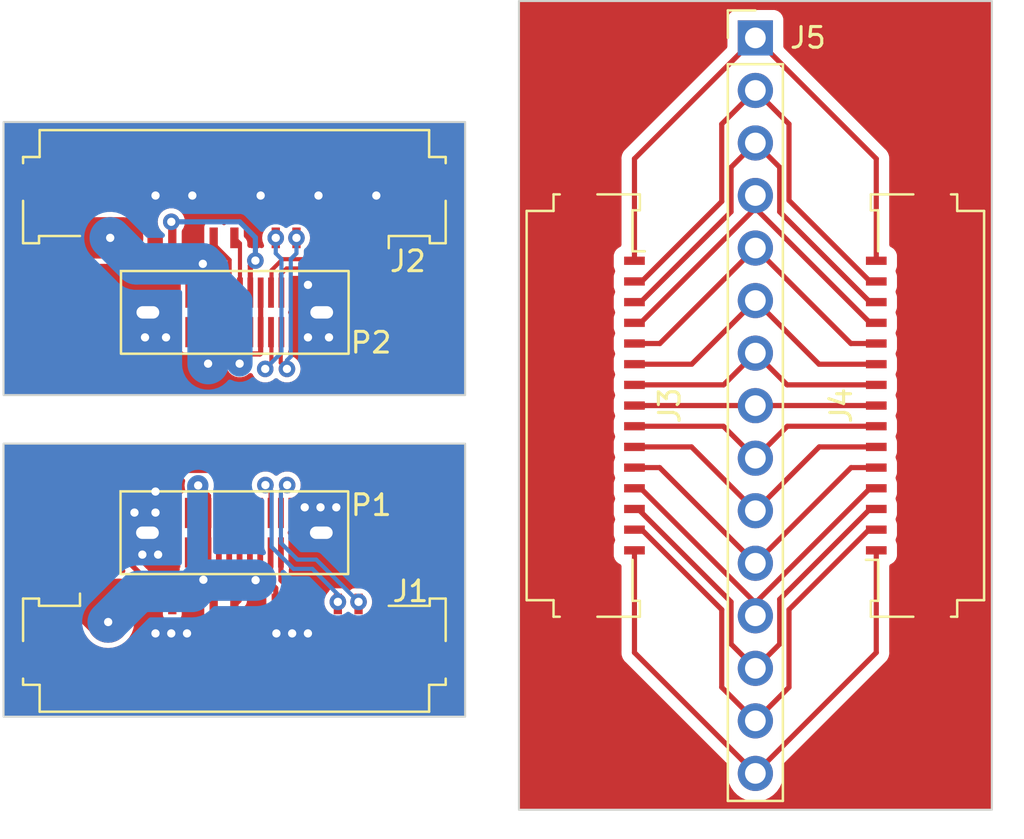
<source format=kicad_pcb>
(kicad_pcb (version 20221018) (generator pcbnew)
  (layers (0 "F.Cu" signal) (31 "B.Cu" signal) (34 "B.Paste" user) (35 "F.Paste" user) (36 "B.SilkS" user "B.Silkscreen") (37 "F.SilkS" user "F.Silkscreen") (38 "B.Mask" user) (39 "F.Mask" user) (44 "Edge.Cuts" user))
  (net 0 "")
  (net 1 "Net-(J1-Pin_1)")
  (net 2 "Net-(J1-Pin_5)")
  (net 3 "Net-(J2-Pin_11)")
  (net 4 "Net-(J2-Pin_13)")
  (net 5 "Net-(J3-Pin_1)")
  (net 6 "Net-(J3-Pin_2)")
  (net 7 "Net-(J3-Pin_3)")
  (net 8 "Net-(J3-Pin_4)")
  (net 9 "Net-(J3-Pin_5)")
  (net 10 "Net-(J3-Pin_6)")
  (net 11 "Net-(J3-Pin_7)")
  (net 12 "Net-(J3-Pin_8)")
  (net 13 "Net-(J3-Pin_9)")
  (net 14 "Net-(J3-Pin_10)")
  (net 15 "Net-(J3-Pin_11)")
  (net 16 "Net-(J3-Pin_12)")
  (net 17 "Net-(J3-Pin_13)")
  (net 18 "Net-(J3-Pin_14)")
  (net 19 "Net-(J3-Pin_15)")
  (net 34 "1-")
  (net 35 "1+")
  (net 36 "1_RX-")
  (net 37 "1_RX+")
  (net 38 "1_TX-")
  (net 39 "1_TX+")
  (net 40 "2_TX+")
  (net 41 "2_TX-")
  (net 42 "2_RX+")
  (net 43 "2_RX-")
  (net 44 "2+")
  (net 45 "2-")
  (net 46 "GND1")
  (net 47 "GND2")
  (net 48 "Net-(J3-PadMP)")
  (footprint "Connector_FFC-FPC:Molex_200528-0150_1x15-1MP_P1.00mm_Horizontal" (layer "F.Cu") (at 78.126 114.808 90)
    (fp_text reference "J4" (at 0 -2.61 90) (layer "F.SilkS"))
    (fp_text value "Conn_01x15_Socket")
    (fp_line (start -10.21 -1.17) (end -10.21 0.88) (stroke (width 0.12)) (layer "F.SilkS"))
    (fp_line (start -10.21 2.7) (end -10.21 3) (stroke (width 0.12)) (layer "F.SilkS"))
    (fp_line (start -10.21 3) (end -9.41 3) (stroke (width 0.12)) (layer "F.SilkS"))
    (fp_line (start -9.44 -1.17) (end -10.21 -1.17) (stroke (width 0.12)) (layer "F.SilkS"))
    (fp_line (start -9.44 -0.82) (end -9.44 -1.17) (stroke (width 0.12)) (layer "F.SilkS"))
    (fp_line (start -9.41 3) (end -9.41 4.3) (stroke (width 0.12)) (layer "F.SilkS"))
    (fp_line (start -9.41 4.3) (end 9.41 4.3) (stroke (width 0.12)) (layer "F.SilkS"))
    (fp_line (start -7.46 -1.41) (end -7.46 -0.82) (stroke (width 0.12)) (layer "F.SilkS"))
    (fp_line (start -7.46 -0.82) (end -9.44 -0.82) (stroke (width 0.12)) (layer "F.SilkS"))
    (fp_line (start 9.41 3) (end 10.21 3) (stroke (width 0.12)) (layer "F.SilkS"))
    (fp_line (start 9.41 4.3) (end 9.41 3) (stroke (width 0.12)) (layer "F.SilkS"))
    (fp_line (start 9.44 -1.17) (end 9.44 -0.82) (stroke (width 0.12)) (layer "F.SilkS"))
    (fp_line (start 9.44 -0.82) (end 7.46 -0.82) (stroke (width 0.12)) (layer "F.SilkS"))
    (fp_line (start 10.21 -1.17) (end 9.44 -1.17) (stroke (width 0.12)) (layer "F.SilkS"))
    (fp_line (start 10.21 0.88) (end 10.21 -1.17) (stroke (width 0.12)) (layer "F.SilkS"))
    (fp_line (start 10.21 3) (end 10.21 2.7) (stroke (width 0.12)) (layer "F.SilkS"))
    (pad "1" smd rect (at -7 -0.91 90) (size 0.4 1) (layers "F.Cu" "F.Paste" "F.Mask") (net 19 "Net-(J3-Pin_15)"))
    (pad "2" smd rect (at -6 -0.91 90) (size 0.4 1) (layers "F.Cu" "F.Paste" "F.Mask") (net 18 "Net-(J3-Pin_14)"))
    (pad "3" smd rect (at -5 -0.91 90) (size 0.4 1) (layers "F.Cu" "F.Paste" "F.Mask") (net 17 "Net-(J3-Pin_13)"))
    (pad "4" smd rect (at -4 -0.91 90) (size 0.4 1) (layers "F.Cu" "F.Paste" "F.Mask") (net 16 "Net-(J3-Pin_12)"))
    (pad "5" smd rect (at -3 -0.91 90) (size 0.4 1) (layers "F.Cu" "F.Paste" "F.Mask") (net 15 "Net-(J3-Pin_11)"))
    (pad "6" smd rect (at -2 -0.91 90) (size 0.4 1) (layers "F.Cu" "F.Paste" "F.Mask") (net 14 "Net-(J3-Pin_10)"))
    (pad "7" smd rect (at -1 -0.91 90) (size 0.4 1) (layers "F.Cu" "F.Paste" "F.Mask") (net 13 "Net-(J3-Pin_9)"))
    (pad "8" smd rect (at 0 -0.91 90) (size 0.4 1) (layers "F.Cu" "F.Paste" "F.Mask") (net 12 "Net-(J3-Pin_8)"))
    (pad "9" smd rect (at 1 -0.91 90) (size 0.4 1) (layers "F.Cu" "F.Paste" "F.Mask") (net 11 "Net-(J3-Pin_7)"))
    (pad "10" smd rect (at 2 -0.91 90) (size 0.4 1) (layers "F.Cu" "F.Paste" "F.Mask") (net 10 "Net-(J3-Pin_6)"))
    (pad "11" smd rect (at 3 -0.91 90) (size 0.4 1) (layers "F.Cu" "F.Paste" "F.Mask") (net 9 "Net-(J3-Pin_5)"))
    (pad "12" smd rect (at 4 -0.91 90) (size 0.4 1) (layers "F.Cu" "F.Paste" "F.Mask") (net 8 "Net-(J3-Pin_4)"))
    (pad "13" smd rect (at 5 -0.91 90) (size 0.4 1) (layers "F.Cu" "F.Paste" "F.Mask") (net 7 "Net-(J3-Pin_3)"))
    (pad "14" smd rect (at 6 -0.91 90) (size 0.4 1) (layers "F.Cu" "F.Paste" "F.Mask") (net 6 "Net-(J3-Pin_2)"))
    (pad "15" smd rect (at 7 -0.91 90) (size 0.4 1) (layers "F.Cu" "F.Paste" "F.Mask") (net 5 "Net-(J3-Pin_1)"))
    (pad "MP" smd rect (at -9.8 1.79 90) (size 2 1.3) (layers "F.Cu" "F.Paste" "F.Mask") (net 48 "Net-(J3-PadMP)"))
    (pad "MP" smd rect (at 9.8 1.79 90) (size 2 1.3) (layers "F.Cu" "F.Paste" "F.Mask") (net 48 "Net-(J3-PadMP)"))
  )
  (footprint "Connector_PinHeader_2.54mm:PinHeader_1x15_P2.54mm_Vertical" (layer "F.Cu") (at 71.374 97.033)
    (fp_text reference "J5" (at 2.54 -0.005) (layer "F.SilkS"))
    (fp_text value "Conn_01x15_Socket")
    (fp_line (start -1.33 -1.33) (end 0 -1.33) (stroke (width 0.12)) (layer "F.SilkS"))
    (fp_line (start -1.33 0) (end -1.33 -1.33) (stroke (width 0.12)) (layer "F.SilkS"))
    (fp_line (start -1.33 1.27) (end -1.33 36.89) (stroke (width 0.12)) (layer "F.SilkS"))
    (fp_line (start -1.33 1.27) (end 1.33 1.27) (stroke (width 0.12)) (layer "F.SilkS"))
    (fp_line (start -1.33 36.89) (end 1.33 36.89) (stroke (width 0.12)) (layer "F.SilkS"))
    (fp_line (start 1.33 1.27) (end 1.33 36.89) (stroke (width 0.12)) (layer "F.SilkS"))
    (pad "1" thru_hole rect (at 0 0) (size 1.7 1.7) (drill 1) (layers "*.Cu" "*.Mask") (net 5 "Net-(J3-Pin_1)"))
    (pad "2" thru_hole oval (at 0 2.54) (size 1.7 1.7) (drill 1) (layers "*.Cu" "*.Mask") (net 6 "Net-(J3-Pin_2)"))
    (pad "3" thru_hole oval (at 0 5.08) (size 1.7 1.7) (drill 1) (layers "*.Cu" "*.Mask") (net 7 "Net-(J3-Pin_3)"))
    (pad "4" thru_hole oval (at 0 7.62) (size 1.7 1.7) (drill 1) (layers "*.Cu" "*.Mask") (net 8 "Net-(J3-Pin_4)"))
    (pad "5" thru_hole oval (at 0 10.16) (size 1.7 1.7) (drill 1) (layers "*.Cu" "*.Mask") (net 9 "Net-(J3-Pin_5)"))
    (pad "6" thru_hole oval (at 0 12.7) (size 1.7 1.7) (drill 1) (layers "*.Cu" "*.Mask") (net 10 "Net-(J3-Pin_6)"))
    (pad "7" thru_hole oval (at 0 15.24) (size 1.7 1.7) (drill 1) (layers "*.Cu" "*.Mask") (net 11 "Net-(J3-Pin_7)"))
    (pad "8" thru_hole oval (at 0 17.78) (size 1.7 1.7) (drill 1) (layers "*.Cu" "*.Mask") (net 12 "Net-(J3-Pin_8)"))
    (pad "9" thru_hole oval (at 0 20.32) (size 1.7 1.7) (drill 1) (layers "*.Cu" "*.Mask") (net 13 "Net-(J3-Pin_9)"))
    (pad "10" thru_hole oval (at 0 22.86) (size 1.7 1.7) (drill 1) (layers "*.Cu" "*.Mask") (net 14 "Net-(J3-Pin_10)"))
    (pad "11" thru_hole oval (at 0 25.4) (size 1.7 1.7) (drill 1) (layers "*.Cu" "*.Mask") (net 15 "Net-(J3-Pin_11)"))
    (pad "12" thru_hole oval (at 0 27.94) (size 1.7 1.7) (drill 1) (layers "*.Cu" "*.Mask") (net 16 "Net-(J3-Pin_12)"))
    (pad "13" thru_hole oval (at 0 30.48) (size 1.7 1.7) (drill 1) (layers "*.Cu" "*.Mask") (net 17 "Net-(J3-Pin_13)"))
    (pad "14" thru_hole oval (at 0 33.02) (size 1.7 1.7) (drill 1) (layers "*.Cu" "*.Mask") (net 18 "Net-(J3-Pin_14)"))
    (pad "15" thru_hole oval (at 0 35.56) (size 1.7 1.7) (drill 1) (layers "*.Cu" "*.Mask") (net 19 "Net-(J3-Pin_15)"))
  )
  (footprint "Connector_FFC-FPC:Molex_200528-0150_1x15-1MP_P1.00mm_Horizontal" (layer "F.Cu") (at 46.2 125.31)
    (fp_text reference "J1" (at 8.507 -1.525) (layer "F.SilkS"))
    (fp_text value "Conn_01x15_Socket")
    (fp_line (start -10.21 -1.17) (end -10.21 0.88) (stroke (width 0.12)) (layer "F.SilkS"))
    (fp_line (start -10.21 2.7) (end -10.21 3) (stroke (width 0.12)) (layer "F.SilkS"))
    (fp_line (start -10.21 3) (end -9.41 3) (stroke (width 0.12)) (layer "F.SilkS"))
    (fp_line (start -9.44 -1.17) (end -10.21 -1.17) (stroke (width 0.12)) (layer "F.SilkS"))
    (fp_line (start -9.44 -0.82) (end -9.44 -1.17) (stroke (width 0.12)) (layer "F.SilkS"))
    (fp_line (start -9.41 3) (end -9.41 4.3) (stroke (width 0.12)) (layer "F.SilkS"))
    (fp_line (start -9.41 4.3) (end 9.41 4.3) (stroke (width 0.12)) (layer "F.SilkS"))
    (fp_line (start -7.46 -1.41) (end -7.46 -0.82) (stroke (width 0.12)) (layer "F.SilkS"))
    (fp_line (start -7.46 -0.82) (end -9.44 -0.82) (stroke (width 0.12)) (layer "F.SilkS"))
    (fp_line (start 9.41 3) (end 10.21 3) (stroke (width 0.12)) (layer "F.SilkS"))
    (fp_line (start 9.41 4.3) (end 9.41 3) (stroke (width 0.12)) (layer "F.SilkS"))
    (fp_line (start 9.44 -1.17) (end 9.44 -0.82) (stroke (width 0.12)) (layer "F.SilkS"))
    (fp_line (start 9.44 -0.82) (end 7.46 -0.82) (stroke (width 0.12)) (layer "F.SilkS"))
    (fp_line (start 10.21 -1.17) (end 9.44 -1.17) (stroke (width 0.12)) (layer "F.SilkS"))
    (fp_line (start 10.21 0.88) (end 10.21 -1.17) (stroke (width 0.12)) (layer "F.SilkS"))
    (fp_line (start 10.21 3) (end 10.21 2.7) (stroke (width 0.12)) (layer "F.SilkS"))
    (pad "1" smd rect (at -7 -0.91) (size 0.4 1) (layers "F.Cu" "F.Paste" "F.Mask") (net 1 "Net-(J1-Pin_1)"))
    (pad "2" smd rect (at -6 -0.91) (size 0.4 1) (layers "F.Cu" "F.Paste" "F.Mask") (net 1 "Net-(J1-Pin_1)"))
    (pad "3" smd rect (at -5 -0.91) (size 0.4 1) (layers "F.Cu" "F.Paste" "F.Mask") (net 1 "Net-(J1-Pin_1)"))
    (pad "4" smd rect (at -4 -0.91) (size 0.4 1) (layers "F.Cu" "F.Paste" "F.Mask") (net 46 "GND1"))
    (pad "5" smd rect (at -3 -0.91) (size 0.4 1) (layers "F.Cu" "F.Paste" "F.Mask") (net 2 "Net-(J1-Pin_5)"))
    (pad "6" smd rect (at -2 -0.91) (size 0.4 1) (layers "F.Cu" "F.Paste" "F.Mask") (net 46 "GND1"))
    (pad "7" smd rect (at -1 -0.91) (size 0.4 1) (layers "F.Cu" "F.Paste" "F.Mask") (net 34 "1-"))
    (pad "8" smd rect (at 0 -0.91) (size 0.4 1) (layers "F.Cu" "F.Paste" "F.Mask") (net 35 "1+"))
    (pad "9" smd rect (at 1 -0.91) (size 0.4 1) (layers "F.Cu" "F.Paste" "F.Mask") (net 46 "GND1"))
    (pad "10" smd rect (at 2 -0.91) (size 0.4 1) (layers "F.Cu" "F.Paste" "F.Mask") (net 36 "1_RX-"))
    (pad "11" smd rect (at 3 -0.91) (size 0.4 1) (layers "F.Cu" "F.Paste" "F.Mask") (net 37 "1_RX+"))
    (pad "12" smd rect (at 4 -0.91) (size 0.4 1) (layers "F.Cu" "F.Paste" "F.Mask") (net 46 "GND1"))
    (pad "13" smd rect (at 5 -0.91) (size 0.4 1) (layers "F.Cu" "F.Paste" "F.Mask") (net 38 "1_TX-"))
    (pad "14" smd rect (at 6 -0.91) (size 0.4 1) (layers "F.Cu" "F.Paste" "F.Mask") (net 39 "1_TX+"))
    (pad "15" smd rect (at 7 -0.91) (size 0.4 1) (layers "F.Cu" "F.Paste" "F.Mask") (net 46 "GND1"))
    (pad "MP" smd rect (at -9.8 1.79) (size 2 1.3) (layers "F.Cu" "F.Paste" "F.Mask") (net 46 "GND1"))
    (pad "MP" smd rect (at 9.8 1.79) (size 2 1.3) (layers "F.Cu" "F.Paste" "F.Mask") (net 46 "GND1"))
  )
  (footprint "H3_Connectors:TC-003LS" (layer "F.Cu") (at 46.22 110.303)
    (fp_text reference "P2" (at 6.584 1.463 unlocked) (layer "F.SilkS"))
    (fp_text value "TC-003LS")
    (fp_rect (start -5.5 -2) (end 5.5 2) (stroke (width 0.12)) (fill none) (layer "F.SilkS"))
    (pad "A1" smd rect (at 2.75 -0.955) (size 0.28 1.46) (layers "F.Cu" "F.Paste" "F.Mask") (net 47 "GND2"))
    (pad "A2" smd rect (at 2.25 -0.955) (size 0.28 1.46) (layers "F.Cu" "F.Paste" "F.Mask") (net 40 "2_TX+"))
    (pad "A3" smd rect (at 1.75 -0.955) (size 0.28 1.46) (layers "F.Cu" "F.Paste" "F.Mask") (net 41 "2_TX-"))
    (pad "A4" smd rect (at 1.25 -0.955) (size 0.28 1.46) (layers "F.Cu" "F.Paste" "F.Mask") (net 4 "Net-(J2-Pin_13)"))
    (pad "A5" smd rect (at 0.75 -0.955) (size 0.28 1.46) (layers "F.Cu" "F.Paste" "F.Mask") (net 3 "Net-(J2-Pin_11)"))
    (pad "A6" smd rect (at 0.25 -0.955) (size 0.28 1.46) (layers "F.Cu" "F.Paste" "F.Mask") (net 44 "2+"))
    (pad "A7" smd rect (at -0.25 -0.955) (size 0.28 1.46) (layers "F.Cu" "F.Paste" "F.Mask") (net 45 "2-"))
    (pad "A8" smd rect (at -0.75 -0.955) (size 0.28 1.46) (layers "F.Cu" "F.Paste" "F.Mask"))
    (pad "A9" smd rect (at -1.25 -0.955) (size 0.28 1.46) (layers "F.Cu" "F.Paste" "F.Mask") (net 4 "Net-(J2-Pin_13)"))
    (pad "A10" smd rect (at -1.75 -0.955) (size 0.28 1.46) (layers "F.Cu" "F.Paste" "F.Mask"))
    (pad "A11" smd rect (at -2.25 -0.955) (size 0.28 1.46) (layers "F.Cu" "F.Paste" "F.Mask"))
    (pad "A12" smd rect (at -2.75 -0.955) (size 0.28 1.46) (layers "F.Cu" "F.Paste" "F.Mask") (net 47 "GND2"))
    (pad "B1" smd rect (at -2.75 0.955 180) (size 0.28 1.46) (layers "F.Cu" "F.Paste" "F.Mask") (net 47 "GND2"))
    (pad "B2" smd rect (at -2.25 0.955 180) (size 0.28 1.46) (layers "F.Cu" "F.Paste" "F.Mask"))
    (pad "B3" smd rect (at -1.75 0.955 180) (size 0.28 1.46) (layers "F.Cu" "F.Paste" "F.Mask"))
    (pad "B4" smd rect (at -1.25 0.955 180) (size 0.28 1.46) (layers "F.Cu" "F.Paste" "F.Mask") (net 4 "Net-(J2-Pin_13)"))
    (pad "B5" smd rect (at -0.75 0.955 180) (size 0.28 1.46) (layers "F.Cu" "F.Paste" "F.Mask"))
    (pad "B6" smd rect (at -0.25 0.955 180) (size 0.28 1.46) (layers "F.Cu" "F.Paste" "F.Mask"))
    (pad "B7" smd rect (at 0.25 0.955 180) (size 0.28 1.46) (layers "F.Cu" "F.Paste" "F.Mask"))
    (pad "B8" smd rect (at 0.75 0.955 180) (size 0.28 1.46) (layers "F.Cu" "F.Paste" "F.Mask"))
    (pad "B9" smd rect (at 1.25 0.955 180) (size 0.28 1.46) (layers "F.Cu" "F.Paste" "F.Mask") (net 4 "Net-(J2-Pin_13)"))
    (pad "B10" smd rect (at 1.75 0.955 180) (size 0.28 1.46) (layers "F.Cu" "F.Paste" "F.Mask") (net 43 "2_RX-"))
    (pad "B11" smd rect (at 2.25 0.955 180) (size 0.28 1.46) (layers "F.Cu" "F.Paste" "F.Mask") (net 42 "2_RX+"))
    (pad "B12" smd rect (at 2.75 0.955 180) (size 0.28 1.46) (layers "F.Cu" "F.Paste" "F.Mask") (net 47 "GND2"))
    (pad "S1" thru_hole oval (at -4.2 0) (size 1.5 1) (drill oval 1.1 0.6) (layers "*.Cu" "*.Mask") (net 47 "GND2"))
    (pad "S1" thru_hole oval (at 4.2 0) (size 1.5 1) (drill oval 1.1 0.6) (layers "*.Cu" "*.Mask") (net 47 "GND2"))
  )
  (footprint "H3_Connectors:TC-003LS" (layer "F.Cu") (at 46.2 120.956)
    (fp_text reference "P1" (at 6.613 -1.335 unlocked) (layer "F.SilkS"))
    (fp_text value "TC-003LS")
    (fp_rect (start -5.5 -2) (end 5.5 2) (stroke (width 0.12)) (fill none) (layer "F.SilkS"))
    (pad "A1" smd rect (at 2.75 -0.955) (size 0.28 1.46) (layers "F.Cu" "F.Paste" "F.Mask") (net 46 "GND1"))
    (pad "A2" smd rect (at 2.25 -0.955) (size 0.28 1.46) (layers "F.Cu" "F.Paste" "F.Mask") (net 39 "1_TX+"))
    (pad "A3" smd rect (at 1.75 -0.955) (size 0.28 1.46) (layers "F.Cu" "F.Paste" "F.Mask") (net 38 "1_TX-"))
    (pad "A4" smd rect (at 1.25 -0.955) (size 0.28 1.46) (layers "F.Cu" "F.Paste" "F.Mask") (net 1 "Net-(J1-Pin_1)"))
    (pad "A5" smd rect (at 0.75 -0.955) (size 0.28 1.46) (layers "F.Cu" "F.Paste" "F.Mask") (net 2 "Net-(J1-Pin_5)"))
    (pad "A6" smd rect (at 0.25 -0.955) (size 0.28 1.46) (layers "F.Cu" "F.Paste" "F.Mask"))
    (pad "A7" smd rect (at -0.25 -0.955) (size 0.28 1.46) (layers "F.Cu" "F.Paste" "F.Mask"))
    (pad "A8" smd rect (at -0.75 -0.955) (size 0.28 1.46) (layers "F.Cu" "F.Paste" "F.Mask"))
    (pad "A9" smd rect (at -1.25 -0.955) (size 0.28 1.46) (layers "F.Cu" "F.Paste" "F.Mask") (net 1 "Net-(J1-Pin_1)"))
    (pad "A10" smd rect (at -1.75 -0.955) (size 0.28 1.46) (layers "F.Cu" "F.Paste" "F.Mask"))
    (pad "A11" smd rect (at -2.25 -0.955) (size 0.28 1.46) (layers "F.Cu" "F.Paste" "F.Mask"))
    (pad "A12" smd rect (at -2.75 -0.955) (size 0.28 1.46) (layers "F.Cu" "F.Paste" "F.Mask") (net 46 "GND1"))
    (pad "B1" smd rect (at -2.75 0.955 180) (size 0.28 1.46) (layers "F.Cu" "F.Paste" "F.Mask") (net 46 "GND1"))
    (pad "B2" smd rect (at -2.25 0.955 180) (size 0.28 1.46) (layers "F.Cu" "F.Paste" "F.Mask"))
    (pad "B3" smd rect (at -1.75 0.955 180) (size 0.28 1.46) (layers "F.Cu" "F.Paste" "F.Mask"))
    (pad "B4" smd rect (at -1.25 0.955 180) (size 0.28 1.46) (layers "F.Cu" "F.Paste" "F.Mask") (net 1 "Net-(J1-Pin_1)"))
    (pad "B5" smd rect (at -0.75 0.955 180) (size 0.28 1.46) (layers "F.Cu" "F.Paste" "F.Mask"))
    (pad "B6" smd rect (at -0.25 0.955 180) (size 0.28 1.46) (layers "F.Cu" "F.Paste" "F.Mask") (net 34 "1-"))
    (pad "B7" smd rect (at 0.25 0.955 180) (size 0.28 1.46) (layers "F.Cu" "F.Paste" "F.Mask") (net 35 "1+"))
    (pad "B8" smd rect (at 0.75 0.955 180) (size 0.28 1.46) (layers "F.Cu" "F.Paste" "F.Mask"))
    (pad "B9" smd rect (at 1.25 0.955 180) (size 0.28 1.46) (layers "F.Cu" "F.Paste" "F.Mask") (net 1 "Net-(J1-Pin_1)"))
    (pad "B10" smd rect (at 1.75 0.955 180) (size 0.28 1.46) (layers "F.Cu" "F.Paste" "F.Mask") (net 36 "1_RX-"))
    (pad "B11" smd rect (at 2.25 0.955 180) (size 0.28 1.46) (layers "F.Cu" "F.Paste" "F.Mask") (net 37 "1_RX+"))
    (pad "B12" smd rect (at 2.75 0.955 180) (size 0.28 1.46) (layers "F.Cu" "F.Paste" "F.Mask") (net 46 "GND1"))
    (pad "S1" thru_hole oval (at -4.2 0) (size 1.5 1) (drill oval 1.1 0.6) (layers "*.Cu" "*.Mask") (net 46 "GND1"))
    (pad "S1" thru_hole oval (at 4.2 0) (size 1.5 1) (drill oval 1.1 0.6) (layers "*.Cu" "*.Mask") (net 46 "GND1"))
  )
  (footprint "Connector_FFC-FPC:Molex_200528-0150_1x15-1MP_P1.00mm_Horizontal" (layer "F.Cu") (at 46.2 105.79 180)
    (fp_text reference "J2" (at -8.382 -2.039) (layer "F.SilkS"))
    (fp_text value "Conn_01x15_Socket")
    (fp_line (start -10.21 -1.17) (end -10.21 0.88) (stroke (width 0.12)) (layer "F.SilkS"))
    (fp_line (start -10.21 2.7) (end -10.21 3) (stroke (width 0.12)) (layer "F.SilkS"))
    (fp_line (start -10.21 3) (end -9.41 3) (stroke (width 0.12)) (layer "F.SilkS"))
    (fp_line (start -9.44 -1.17) (end -10.21 -1.17) (stroke (width 0.12)) (layer "F.SilkS"))
    (fp_line (start -9.44 -0.82) (end -9.44 -1.17) (stroke (width 0.12)) (layer "F.SilkS"))
    (fp_line (start -9.41 3) (end -9.41 4.3) (stroke (width 0.12)) (layer "F.SilkS"))
    (fp_line (start -9.41 4.3) (end 9.41 4.3) (stroke (width 0.12)) (layer "F.SilkS"))
    (fp_line (start -7.46 -1.41) (end -7.46 -0.82) (stroke (width 0.12)) (layer "F.SilkS"))
    (fp_line (start -7.46 -0.82) (end -9.44 -0.82) (stroke (width 0.12)) (layer "F.SilkS"))
    (fp_line (start 9.41 3) (end 10.21 3) (stroke (width 0.12)) (layer "F.SilkS"))
    (fp_line (start 9.41 4.3) (end 9.41 3) (stroke (width 0.12)) (layer "F.SilkS"))
    (fp_line (start 9.44 -1.17) (end 9.44 -0.82) (stroke (width 0.12)) (layer "F.SilkS"))
    (fp_line (start 9.44 -0.82) (end 7.46 -0.82) (stroke (width 0.12)) (layer "F.SilkS"))
    (fp_line (start 10.21 -1.17) (end 9.44 -1.17) (stroke (width 0.12)) (layer "F.SilkS"))
    (fp_line (start 10.21 0.88) (end 10.21 -1.17) (stroke (width 0.12)) (layer "F.SilkS"))
    (fp_line (start 10.21 3) (end 10.21 2.7) (stroke (width 0.12)) (layer "F.SilkS"))
    (pad "1" smd rect (at -7 -0.91 180) (size 0.4 1) (layers "F.Cu" "F.Paste" "F.Mask") (net 47 "GND2"))
    (pad "2" smd rect (at -6 -0.91 180) (size 0.4 1) (layers "F.Cu" "F.Paste" "F.Mask") (net 40 "2_TX+"))
    (pad "3" smd rect (at -5 -0.91 180) (size 0.4 1) (layers "F.Cu" "F.Paste" "F.Mask") (net 41 "2_TX-"))
    (pad "4" smd rect (at -4 -0.91 180) (size 0.4 1) (layers "F.Cu" "F.Paste" "F.Mask") (net 47 "GND2"))
    (pad "5" smd rect (at -3 -0.91 180) (size 0.4 1) (layers "F.Cu" "F.Paste" "F.Mask") (net 42 "2_RX+"))
    (pad "6" smd rect (at -2 -0.91 180) (size 0.4 1) (layers "F.Cu" "F.Paste" "F.Mask") (net 43 "2_RX-"))
    (pad "7" smd rect (at -1 -0.91 180) (size 0.4 1) (layers "F.Cu" "F.Paste" "F.Mask") (net 47 "GND2"))
    (pad "8" smd rect (at 0 -0.91 180) (size 0.4 1) (layers "F.Cu" "F.Paste" "F.Mask") (net 44 "2+"))
    (pad "9" smd rect (at 1 -0.91 180) (size 0.4 1) (layers "F.Cu" "F.Paste" "F.Mask") (net 45 "2-"))
    (pad "10" smd rect (at 2 -0.91 180) (size 0.4 1) (layers "F.Cu" "F.Paste" "F.Mask") (net 47 "GND2"))
    (pad "11" smd rect (at 3 -0.91 180) (size 0.4 1) (layers "F.Cu" "F.Paste" "F.Mask") (net 3 "Net-(J2-Pin_11)"))
    (pad "12" smd rect (at 4 -0.91 180) (size 0.4 1) (layers "F.Cu" "F.Paste" "F.Mask") (net 47 "GND2"))
    (pad "13" smd rect (at 5 -0.91 180) (size 0.4 1) (layers "F.Cu" "F.Paste" "F.Mask") (net 4 "Net-(J2-Pin_13)"))
    (pad "14" smd rect (at 6 -0.91 180) (size 0.4 1) (layers "F.Cu" "F.Paste" "F.Mask") (net 4 "Net-(J2-Pin_13)"))
    (pad "15" smd rect (at 7 -0.91 180) (size 0.4 1) (layers "F.Cu" "F.Paste" "F.Mask") (net 4 "Net-(J2-Pin_13)"))
    (pad "MP" smd rect (at -9.8 1.79 180) (size 2 1.3) (layers "F.Cu" "F.Paste" "F.Mask") (net 47 "GND2"))
    (pad "MP" smd rect (at 9.8 1.79 180) (size 2 1.3) (layers "F.Cu" "F.Paste" "F.Mask") (net 47 "GND2"))
  )
  (footprint "Connector_FFC-FPC:Molex_200528-0150_1x15-1MP_P1.00mm_Horizontal" (layer "F.Cu") (at 64.622 114.808 -90)
    (fp_text reference "J3" (at 0 -2.61 90) (layer "F.SilkS"))
    (fp_text value "Conn_01x15_Socket")
    (fp_line (start -10.21 -1.17) (end -10.21 0.88) (stroke (width 0.12)) (layer "F.SilkS"))
    (fp_line (start -10.21 2.7) (end -10.21 3) (stroke (width 0.12)) (layer "F.SilkS"))
    (fp_line (start -10.21 3) (end -9.41 3) (stroke (width 0.12)) (layer "F.SilkS"))
    (fp_line (start -9.44 -1.17) (end -10.21 -1.17) (stroke (width 0.12)) (layer "F.SilkS"))
    (fp_line (start -9.44 -0.82) (end -9.44 -1.17) (stroke (width 0.12)) (layer "F.SilkS"))
    (fp_line (start -9.41 3) (end -9.41 4.3) (stroke (width 0.12)) (layer "F.SilkS"))
    (fp_line (start -9.41 4.3) (end 9.41 4.3) (stroke (width 0.12)) (layer "F.SilkS"))
    (fp_line (start -7.46 -1.41) (end -7.46 -0.82) (stroke (width 0.12)) (layer "F.SilkS"))
    (fp_line (start -7.46 -0.82) (end -9.44 -0.82) (stroke (width 0.12)) (layer "F.SilkS"))
    (fp_line (start 9.41 3) (end 10.21 3) (stroke (width 0.12)) (layer "F.SilkS"))
    (fp_line (start 9.41 4.3) (end 9.41 3) (stroke (width 0.12)) (layer "F.SilkS"))
    (fp_line (start 9.44 -1.17) (end 9.44 -0.82) (stroke (width 0.12)) (layer "F.SilkS"))
    (fp_line (start 9.44 -0.82) (end 7.46 -0.82) (stroke (width 0.12)) (layer "F.SilkS"))
    (fp_line (start 10.21 -1.17) (end 9.44 -1.17) (stroke (width 0.12)) (layer "F.SilkS"))
    (fp_line (start 10.21 0.88) (end 10.21 -1.17) (stroke (width 0.12)) (layer "F.SilkS"))
    (fp_line (start 10.21 3) (end 10.21 2.7) (stroke (width 0.12)) (layer "F.SilkS"))
    (pad "1" smd rect (at -7 -0.91 270) (size 0.4 1) (layers "F.Cu" "F.Paste" "F.Mask") (net 5 "Net-(J3-Pin_1)"))
    (pad "2" smd rect (at -6 -0.91 270) (size 0.4 1) (layers "F.Cu" "F.Paste" "F.Mask") (net 6 "Net-(J3-Pin_2)"))
    (pad "3" smd rect (at -5 -0.91 270) (size 0.4 1) (layers "F.Cu" "F.Paste" "F.Mask") (net 7 "Net-(J3-Pin_3)"))
    (pad "4" smd rect (at -4 -0.91 270) (size 0.4 1) (layers "F.Cu" "F.Paste" "F.Mask") (net 8 "Net-(J3-Pin_4)"))
    (pad "5" smd rect (at -3 -0.91 270) (size 0.4 1) (layers "F.Cu" "F.Paste" "F.Mask") (net 9 "Net-(J3-Pin_5)"))
    (pad "6" smd rect (at -2 -0.91 270) (size 0.4 1) (layers "F.Cu" "F.Paste" "F.Mask") (net 10 "Net-(J3-Pin_6)"))
    (pad "7" smd rect (at -1 -0.91 270) (size 0.4 1) (layers "F.Cu" "F.Paste" "F.Mask") (net 11 "Net-(J3-Pin_7)"))
    (pad "8" smd rect (at 0 -0.91 270) (size 0.4 1) (layers "F.Cu" "F.Paste" "F.Mask") (net 12 "Net-(J3-Pin_8)"))
    (pad "9" smd rect (at 1 -0.91 270) (size 0.4 1) (layers "F.Cu" "F.Paste" "F.Mask") (net 13 "Net-(J3-Pin_9)"))
    (pad "10" smd rect (at 2 -0.91 270) (size 0.4 1) (layers "F.Cu" "F.Paste" "F.Mask") (net 14 "Net-(J3-Pin_10)"))
    (pad "11" smd rect (at 3 -0.91 270) (size 0.4 1) (layers "F.Cu" "F.Paste" "F.Mask") (net 15 "Net-(J3-Pin_11)"))
    (pad "12" smd rect (at 4 -0.91 270) (size 0.4 1) (layers "F.Cu" "F.Paste" "F.Mask") (net 16 "Net-(J3-Pin_12)"))
    (pad "13" smd rect (at 5 -0.91 270) (size 0.4 1) (layers "F.Cu" "F.Paste" "F.Mask") (net 17 "Net-(J3-Pin_13)"))
    (pad "14" smd rect (at 6 -0.91 270) (size 0.4 1) (layers "F.Cu" "F.Paste" "F.Mask") (net 18 "Net-(J3-Pin_14)"))
    (pad "15" smd rect (at 7 -0.91 270) (size 0.4 1) (layers "F.Cu" "F.Paste" "F.Mask") (net 19 "Net-(J3-Pin_15)"))
    (pad "MP" smd rect (at -9.8 1.79 270) (size 2 1.3) (layers "F.Cu" "F.Paste" "F.Mask") (net 48 "Net-(J3-PadMP)"))
    (pad "MP" smd rect (at 9.8 1.79 270) (size 2 1.3) (layers "F.Cu" "F.Paste" "F.Mask") (net 48 "Net-(J3-PadMP)"))
  )
  (gr_rect (start 59.95 95.25) (end 82.8 134.35) (stroke (width 0.1)) (fill none) (layer "Edge.Cuts"))
  (gr_rect (start 35.05 101.1) (end 57.35 114.3) (stroke (width 0.1)) (fill none) (layer "Edge.Cuts"))
  (gr_rect (start 35.05 116.65) (end 57.35 129.85) (stroke (width 0.1)) (fill none) (layer "Edge.Cuts"))
  (segment (start 44.95 122.982467) (end 44.702644 123.229823) (width 0.25) (layer "F.Cu") (net 1))
  (segment (start 40.102 124.681) (end 40.61 124.173) (width 2) (layer "F.Cu") (net 1))
  (segment (start 44.95 121.911) (end 44.95 119.17) (width 0.25) (layer "F.Cu") (net 1))
  (segment (start 40.102 125.274) (end 40.102 125.202) (width 2) (layer "F.Cu") (net 1))
  (segment (start 40.102 125.274) (end 40.102 124.681) (width 2) (layer "F.Cu") (net 1))
  (segment (start 44.95 121.911) (end 44.95 122.982467) (width 0.25) (layer "F.Cu") (net 1))
  (segment (start 47.45 121.911) (end 47.45 120.001) (width 0.25) (layer "F.Cu") (net 1))
  (segment (start 44.95 119.17) (end 44.45 118.67) (width 0.25) (layer "F.Cu") (net 1))
  (segment (start 40.102 125.202) (end 39.2 124.3) (width 2) (layer "F.Cu") (net 1))
  (segment (start 47.45 123.0255) (end 47.45 121.911) (width 0.25) (layer "F.Cu") (net 1))
  (segment (start 47.2255 123.25) (end 47.45 123.0255) (width 0.25) (layer "F.Cu") (net 1))
  (segment (start 44.95 121.911) (end 44.95 120.001) (width 0.25) (layer "F.Cu") (net 1))
  (via (at 40.102 125.274) (size 0.8) (drill 0.4) (layers "F.Cu" "B.Cu") (net 1))
  (via (at 44.702644 123.229823) (size 0.8) (drill 0.4) (layers "F.Cu" "B.Cu") (net 1))
  (via (at 47.2255 123.25) (size 0.8) (drill 0.4) (layers "F.Cu" "B.Cu") (net 1))
  (via (at 44.45 118.67) (size 0.8) (drill 0.4) (layers "F.Cu" "B.Cu") (net 1))
  (segment (start 44.42 122.947179) (end 44.42 118.7) (width 1) (layer "B.Cu") (net 1))
  (segment (start 44.702644 123.229823) (end 44.42 122.947179) (width 1) (layer "B.Cu") (net 1))
  (segment (start 41.584 123.792) (end 40.102 125.274) (width 2) (layer "B.Cu") (net 1))
  (segment (start 44.140467 123.792) (end 41.584 123.792) (width 2) (layer "B.Cu") (net 1))
  (segment (start 44.42 118.7) (end 44.45 118.67) (width 1) (layer "B.Cu") (net 1))
  (segment (start 47.2255 123.25) (end 44.722821 123.25) (width 2) (layer "B.Cu") (net 1))
  (segment (start 44.702644 123.229823) (end 44.140467 123.792) (width 2) (layer "B.Cu") (net 1))
  (segment (start 44.722821 123.25) (end 44.702644 123.229823) (width 2) (layer "B.Cu") (net 1))
  (segment (start 43.2 124) (end 43.2 124.3) (width 0.25) (layer "F.Cu") (net 2))
  (segment (start 45.914 117.945) (end 42.383695 117.945) (width 0.25) (layer "F.Cu") (net 2))
  (segment (start 40.647 121.933305) (end 41.936051 123.222356) (width 0.25) (layer "F.Cu") (net 2))
  (segment (start 42.383695 117.945) (end 40.647 119.681695) (width 0.25) (layer "F.Cu") (net 2))
  (segment (start 46.95 120.001) (end 46.95 118.981) (width 0.25) (layer "F.Cu") (net 2))
  (segment (start 43.977644 123.222356) (end 43.2 124) (width 0.25) (layer "F.Cu") (net 2))
  (segment (start 41.936051 123.222356) (end 43.977644 123.222356) (width 0.25) (layer "F.Cu") (net 2))
  (segment (start 40.647 119.681695) (end 40.647 121.933305) (width 0.25) (layer "F.Cu") (net 2))
  (segment (start 46.95 118.981) (end 45.914 117.945) (width 0.25) (layer "F.Cu") (net 2))
  (segment (start 46.97 108.045502) (end 47.216 107.799502) (width 0.25) (layer "F.Cu") (net 3))
  (segment (start 43.152 105.924) (end 43.152 106.652) (width 0.25) (layer "F.Cu") (net 3))
  (segment (start 46.97 109.348) (end 46.97 108.045502) (width 0.25) (layer "F.Cu") (net 3))
  (segment (start 43.152 106.652) (end 43.2 106.7) (width 0.25) (layer "F.Cu") (net 3))
  (via (at 47.216 107.799502) (size 0.8) (drill 0.4) (layers "F.Cu" "B.Cu") (net 3))
  (via (at 43.152 105.924) (size 0.8) (drill 0.4) (layers "F.Cu" "B.Cu") (net 3))
  (segment (start 46.454 105.924) (end 43.152 105.924) (width 0.25) (layer "B.Cu") (net 3))
  (segment (start 47.216 107.799502) (end 47.216 106.686) (width 0.25) (layer "B.Cu") (net 3))
  (segment (start 47.216 106.686) (end 46.454 105.924) (width 0.25) (layer "B.Cu") (net 3))
  (segment (start 47.47 112.278) (end 47.435 112.313) (width 0.25) (layer "F.Cu") (net 4))
  (segment (start 40.2 106.7) (end 40.8 106.7) (width 2) (layer "F.Cu") (net 4))
  (segment (start 47.435 112.313) (end 46.708 112.313) (width 0.25) (layer "F.Cu") (net 4))
  (segment (start 47.47 111.258) (end 47.47 112.278) (width 0.25) (layer "F.Cu") (net 4))
  (segment (start 44.97 112.278) (end 44.97 111.258) (width 0.25) (layer "F.Cu") (net 4))
  (segment (start 44.676 107.956) (end 44.97 108.25) (width 0.25) (layer "F.Cu") (net 4))
  (segment (start 44.97 109.287) (end 44.97 111.197) (width 0.25) (layer "F.Cu") (net 4))
  (segment (start 44.97 108.25) (end 44.97 109.348) (width 0.25) (layer "F.Cu") (net 4))
  (segment (start 46.708 112.528) (end 46.454 112.782) (width 0.25) (layer "F.Cu") (net 4))
  (segment (start 44.93 112.782) (end 44.93 112.318) (width 0.25) (layer "F.Cu") (net 4))
  (segment (start 46.708 112.313) (end 46.708 112.528) (width 0.25) (layer "F.Cu") (net 4))
  (segment (start 44.93 112.318) (end 44.97 112.278) (width 0.25) (layer "F.Cu") (net 4))
  (segment (start 47.47 109.287) (end 47.47 111.197) (width 0.25) (layer "F.Cu") (net 4))
  (segment (start 45.005 112.313) (end 44.97 112.278) (width 0.25) (layer "F.Cu") (net 4))
  (segment (start 46.708 112.313) (end 45.005 112.313) (width 0.25) (layer "F.Cu") (net 4))
  (segment (start 40.2 106.7) (end 39.2 106.7) (width 2) (layer "F.Cu") (net 4))
  (via (at 44.93 112.782) (size 0.8) (drill 0.4) (layers "F.Cu" "B.Cu") (net 4))
  (via (at 46.454 112.782) (size 0.8) (drill 0.4) (layers "F.Cu" "B.Cu") (net 4))
  (via (at 44.676 107.956) (size 0.8) (drill 0.4) (layers "F.Cu" "B.Cu") (net 4))
  (via (at 40.2 106.7) (size 0.8) (drill 0.4) (layers "F.Cu" "B.Cu") (net 4))
  (segment (start 46.454 112.782) (end 46.454 109.734) (width 1.25) (layer "B.Cu") (net 4))
  (segment (start 44.93 112.782) (end 44.93 108.21) (width 2) (layer "B.Cu") (net 4))
  (segment (start 44.676 107.956) (end 41.456 107.956) (width 2) (layer "B.Cu") (net 4))
  (segment (start 41.456 107.956) (end 40.2 106.7) (width 2) (layer "B.Cu") (net 4))
  (segment (start 44.93 108.21) (end 44.676 107.956) (width 2) (layer "B.Cu") (net 4))
  (segment (start 46.454 109.734) (end 44.93 108.21) (width 1.25) (layer "B.Cu") (net 4))
  (segment (start 77.216 102.875) (end 71.374 97.033) (width 0.25) (layer "F.Cu") (net 5))
  (segment (start 77.216 107.808) (end 77.216 102.875) (width 0.25) (layer "F.Cu") (net 5))
  (segment (start 65.532 102.875) (end 71.374 97.033) (width 0.25) (layer "F.Cu") (net 5))
  (segment (start 65.532 107.808) (end 65.532 102.875) (width 0.25) (layer "F.Cu") (net 5))
  (segment (start 72.999 101.198) (end 71.374 99.573) (width 0.25) (layer "F.Cu") (net 6))
  (segment (start 77.216 108.808) (end 76.916 108.808) (width 0.25) (layer "F.Cu") (net 6))
  (segment (start 69.749 104.941) (end 69.749 101.198) (width 0.25) (layer "F.Cu") (net 6))
  (segment (start 76.916 108.808) (end 72.999 104.891) (width 0.25) (layer "F.Cu") (net 6))
  (segment (start 72.999 104.891) (end 72.999 101.198) (width 0.25) (layer "F.Cu") (net 6))
  (segment (start 65.532 108.808) (end 65.882 108.808) (width 0.25) (layer "F.Cu") (net 6))
  (segment (start 69.749 101.198) (end 71.374 99.573) (width 0.25) (layer "F.Cu") (net 6))
  (segment (start 65.882 108.808) (end 69.749 104.941) (width 0.25) (layer "F.Cu") (net 6))
  (segment (start 65.832 109.808) (end 70.199 105.441) (width 0.25) (layer "F.Cu") (net 7))
  (segment (start 72.549 103.288) (end 71.374 102.113) (width 0.25) (layer "F.Cu") (net 7))
  (segment (start 76.916 109.808) (end 72.549 105.441) (width 0.25) (layer "F.Cu") (net 7))
  (segment (start 72.549 105.441) (end 72.549 103.288) (width 0.25) (layer "F.Cu") (net 7))
  (segment (start 70.199 103.288) (end 71.374 102.113) (width 0.25) (layer "F.Cu") (net 7))
  (segment (start 70.199 105.441) (end 70.199 103.288) (width 0.25) (layer "F.Cu") (net 7))
  (segment (start 65.532 109.808) (end 65.832 109.808) (width 0.25) (layer "F.Cu") (net 7))
  (segment (start 77.216 109.808) (end 76.916 109.808) (width 0.25) (layer "F.Cu") (net 7))
  (segment (start 76.916 110.808) (end 71.374 105.266) (width 0.25) (layer "F.Cu") (net 8))
  (segment (start 71.374 105.266) (end 71.374 104.653) (width 0.25) (layer "F.Cu") (net 8))
  (segment (start 65.832 110.808) (end 71.374 105.266) (width 0.25) (layer "F.Cu") (net 8))
  (segment (start 65.532 110.808) (end 65.832 110.808) (width 0.25) (layer "F.Cu") (net 8))
  (segment (start 77.216 110.808) (end 76.916 110.808) (width 0.25) (layer "F.Cu") (net 8))
  (segment (start 75.989 111.808) (end 71.374 107.193) (width 0.25) (layer "F.Cu") (net 9))
  (segment (start 66.759 111.808) (end 71.374 107.193) (width 0.25) (layer "F.Cu") (net 9))
  (segment (start 65.532 111.808) (end 66.759 111.808) (width 0.25) (layer "F.Cu") (net 9))
  (segment (start 77.216 111.808) (end 75.989 111.808) (width 0.25) (layer "F.Cu") (net 9))
  (segment (start 74.449 112.808) (end 71.374 109.733) (width 0.25) (layer "F.Cu") (net 10))
  (segment (start 65.532 112.808) (end 68.299 112.808) (width 0.25) (layer "F.Cu") (net 10))
  (segment (start 68.299 112.808) (end 71.374 109.733) (width 0.25) (layer "F.Cu") (net 10))
  (segment (start 77.216 112.808) (end 74.449 112.808) (width 0.25) (layer "F.Cu") (net 10))
  (segment (start 72.909 113.808) (end 71.374 112.273) (width 0.25) (layer "F.Cu") (net 11))
  (segment (start 65.532 113.808) (end 69.839 113.808) (width 0.25) (layer "F.Cu") (net 11))
  (segment (start 69.839 113.808) (end 71.374 112.273) (width 0.25) (layer "F.Cu") (net 11))
  (segment (start 77.216 113.808) (end 72.909 113.808) (width 0.25) (layer "F.Cu") (net 11))
  (segment (start 77.216 114.808) (end 65.532 114.808) (width 0.25) (layer "F.Cu") (net 12))
  (segment (start 72.919 115.808) (end 71.374 117.353) (width 0.25) (layer "F.Cu") (net 13))
  (segment (start 65.532 115.808) (end 69.829 115.808) (width 0.25) (layer "F.Cu") (net 13))
  (segment (start 77.216 115.808) (end 72.919 115.808) (width 0.25) (layer "F.Cu") (net 13))
  (segment (start 69.829 115.808) (end 71.374 117.353) (width 0.25) (layer "F.Cu") (net 13))
  (segment (start 77.216 116.808) (end 74.459 116.808) (width 0.25) (layer "F.Cu") (net 14))
  (segment (start 65.532 116.808) (end 68.289 116.808) (width 0.25) (layer "F.Cu") (net 14))
  (segment (start 68.289 116.808) (end 71.374 119.893) (width 0.25) (layer "F.Cu") (net 14))
  (segment (start 74.459 116.808) (end 71.374 119.893) (width 0.25) (layer "F.Cu") (net 14))
  (segment (start 65.532 117.808) (end 66.749 117.808) (width 0.25) (layer "F.Cu") (net 15))
  (segment (start 75.999 117.808) (end 71.374 122.433) (width 0.25) (layer "F.Cu") (net 15))
  (segment (start 66.749 117.808) (end 71.374 122.433) (width 0.25) (layer "F.Cu") (net 15))
  (segment (start 77.216 117.808) (end 75.999 117.808) (width 0.25) (layer "F.Cu") (net 15))
  (segment (start 76.916 118.808) (end 71.374 124.35) (width 0.25) (layer "F.Cu") (net 16))
  (segment (start 71.374 124.35) (end 71.374 124.973) (width 0.25) (layer "F.Cu") (net 16))
  (segment (start 65.532 118.808) (end 65.832 118.808) (width 0.25) (layer "F.Cu") (net 16))
  (segment (start 65.832 118.808) (end 71.374 124.35) (width 0.25) (layer "F.Cu") (net 16))
  (segment (start 77.216 118.808) (end 76.916 118.808) (width 0.25) (layer "F.Cu") (net 16))
  (segment (start 76.916 119.808) (end 72.549 124.175) (width 0.25) (layer "F.Cu") (net 17))
  (segment (start 72.549 124.175) (end 72.549 126.338) (width 0.25) (layer "F.Cu") (net 17))
  (segment (start 70.199 124.301) (end 70.199 126.338) (width 0.25) (layer "F.Cu") (net 17))
  (segment (start 77.216 119.808) (end 76.916 119.808) (width 0.25) (layer "F.Cu") (net 17))
  (segment (start 65.706 119.808) (end 70.199 124.301) (width 0.25) (layer "F.Cu") (net 17))
  (segment (start 65.532 119.808) (end 65.706 119.808) (width 0.25) (layer "F.Cu") (net 17))
  (segment (start 70.199 126.338) (end 71.374 127.513) (width 0.25) (layer "F.Cu") (net 17))
  (segment (start 72.549 126.338) (end 71.374 127.513) (width 0.25) (layer "F.Cu") (net 17))
  (segment (start 76.866 120.808) (end 72.999 124.675) (width 0.25) (layer "F.Cu") (net 18))
  (segment (start 72.999 128.428) (end 71.374 130.053) (width 0.25) (layer "F.Cu") (net 18))
  (segment (start 65.882 120.808) (end 69.749 124.675) (width 0.25) (layer "F.Cu") (net 18))
  (segment (start 69.749 124.675) (end 69.749 128.428) (width 0.25) (layer "F.Cu") (net 18))
  (segment (start 77.216 120.808) (end 76.866 120.808) (width 0.25) (layer "F.Cu") (net 18))
  (segment (start 69.749 128.428) (end 71.374 130.053) (width 0.25) (layer "F.Cu") (net 18))
  (segment (start 65.532 120.808) (end 65.882 120.808) (width 0.25) (layer "F.Cu") (net 18))
  (segment (start 72.999 124.675) (end 72.999 128.428) (width 0.25) (layer "F.Cu") (net 18))
  (segment (start 77.216 121.808) (end 77.216 126.751) (width 0.25) (layer "F.Cu") (net 19))
  (segment (start 65.532 121.808) (end 65.532 126.751) (width 0.25) (layer "F.Cu") (net 19))
  (segment (start 77.216 126.751) (end 71.374 132.593) (width 0.25) (layer "F.Cu") (net 19))
  (segment (start 65.532 126.751) (end 71.374 132.593) (width 0.25) (layer "F.Cu") (net 19))
  (segment (start 45.95 123.15) (end 45.95 121.911) (width 0.2) (layer "F.Cu") (net 34))
  (segment (start 45.2 124.3) (end 45.2 123.9) (width 0.2) (layer "F.Cu") (net 34))
  (segment (start 45.2 123.9) (end 45.95 123.15) (width 0.2) (layer "F.Cu") (net 34))
  (segment (start 46.45 124.25) (end 46.2 124.5) (width 0.2) (layer "F.Cu") (net 35))
  (segment (start 46.45 121.911) (end 46.45 124.25) (width 0.2) (layer "F.Cu") (net 35))
  (segment (start 48.2 123.636396) (end 47.95 123.386396) (width 0.25) (layer "F.Cu") (net 36))
  (segment (start 47.95 123.386396) (end 47.95 121.911) (width 0.25) (layer "F.Cu") (net 36))
  (segment (start 48.2 124.3) (end 48.2 123.636396) (width 0.25) (layer "F.Cu") (net 36))
  (segment (start 48.45 123.25) (end 48.45 121.911) (width 0.25) (layer "F.Cu") (net 37))
  (segment (start 49.2 124) (end 48.45 123.25) (width 0.25) (layer "F.Cu") (net 37))
  (segment (start 49.2 124.3) (end 49.2 124) (width 0.25) (layer "F.Cu") (net 37))
  (segment (start 47.95 118.901171) (end 47.7 118.651171) (width 0.2) (layer "F.Cu") (net 38))
  (segment (start 47.95 120.001) (end 47.95 118.901171) (width 0.2) (layer "F.Cu") (net 38))
  (segment (start 51.308312 124.408312) (end 51.2 124.3) (width 0.2) (layer "F.Cu") (net 38))
  (via (at 47.7 118.651171) (size 0.8) (drill 0.4) (layers "F.Cu" "B.Cu") (net 38))
  (via (at 51.2 124.3) (size 0.8) (drill 0.4) (layers "F.Cu" "B.Cu") (net 38))
  (segment (start 47.7 118.651171) (end 47.999999 118.95117) (width 0.2) (layer "B.Cu") (net 38))
  (segment (start 49.0618 122.705) (end 49.968603 122.705) (width 0.2) (layer "B.Cu") (net 38))
  (segment (start 47.999999 121.643199) (end 49.0618 122.705) (width 0.2) (layer "B.Cu") (net 38))
  (segment (start 51.2 123.936397) (end 51.2 124.3) (width 0.2) (layer "B.Cu") (net 38))
  (segment (start 49.968603 122.705) (end 51.2 123.936397) (width 0.2) (layer "B.Cu") (net 38))
  (segment (start 47.999999 118.95117) (end 47.999999 121.643199) (width 0.2) (layer "B.Cu") (net 38))
  (segment (start 48.45 120.001) (end 48.45 118.951171) (width 0.2) (layer "F.Cu") (net 39))
  (segment (start 48.45 118.951171) (end 48.75 118.651171) (width 0.2) (layer "F.Cu") (net 39))
  (segment (start 52.358312 124.458312) (end 52.2 124.3) (width 0.2) (layer "F.Cu") (net 39))
  (via (at 52.2 124.3) (size 0.8) (drill 0.4) (layers "F.Cu" "B.Cu") (net 39))
  (via (at 48.75 118.651171) (size 0.8) (drill 0.4) (layers "F.Cu" "B.Cu") (net 39))
  (segment (start 48.450001 121.456801) (end 49.2482 122.255) (width 0.2) (layer "B.Cu") (net 39))
  (segment (start 49.2482 122.255) (end 50.155 122.255) (width 0.2) (layer "B.Cu") (net 39))
  (segment (start 48.450001 118.95117) (end 48.450001 121.456801) (width 0.2) (layer "B.Cu") (net 39))
  (segment (start 50.155 122.255) (end 52.2 124.3) (width 0.2) (layer "B.Cu") (net 39))
  (segment (start 48.75 118.651171) (end 48.450001 118.95117) (width 0.2) (layer "B.Cu") (net 39))
  (segment (start 48.47 109.348) (end 48.47 108.758) (width 0.2) (layer "F.Cu") (net 40))
  (segment (start 48.47 108.758) (end 48.445 108.733) (width 0.2) (layer "F.Cu") (net 40))
  (segment (start 48.716698 108.181) (end 51.014 108.181) (width 0.2) (layer "F.Cu") (net 40))
  (segment (start 48.445 108.733) (end 48.445 108.452698) (width 0.2) (layer "F.Cu") (net 40))
  (segment (start 52.2 106.995) (end 52.2 106.7) (width 0.2) (layer "F.Cu") (net 40))
  (segment (start 51.014 108.181) (end 52.2 106.995) (width 0.2) (layer "F.Cu") (net 40))
  (segment (start 48.445 108.452698) (end 48.716698 108.181) (width 0.2) (layer "F.Cu") (net 40))
  (segment (start 48.530298 107.731) (end 50.532603 107.731) (width 0.2) (layer "F.Cu") (net 41))
  (segment (start 50.532603 107.731) (end 51.2 107.063603) (width 0.2) (layer "F.Cu") (net 41))
  (segment (start 47.97 109.348) (end 47.97 108.758) (width 0.2) (layer "F.Cu") (net 41))
  (segment (start 47.995 108.266298) (end 48.530298 107.731) (width 0.2) (layer "F.Cu") (net 41))
  (segment (start 51.2 107.063603) (end 51.2 106.7) (width 0.2) (layer "F.Cu") (net 41))
  (segment (start 47.995 108.733) (end 47.995 108.266298) (width 0.2) (layer "F.Cu") (net 41))
  (segment (start 47.97 108.758) (end 47.995 108.733) (width 0.2) (layer "F.Cu") (net 41))
  (segment (start 48.465 111.438379) (end 48.440001 111.463378) (width 0.2) (layer "F.Cu") (net 42))
  (segment (start 48.440001 111.463378) (end 48.440001 112.736001) (width 0.2) (layer "F.Cu") (net 42))
  (segment (start 48.440001 112.736001) (end 48.74 113.036) (width 0.2) (layer "F.Cu") (net 42))
  (via (at 48.74 113.036) (size 0.8) (drill 0.4) (layers "F.Cu" "B.Cu") (net 42))
  (via (at 49.2 106.7) (size 0.8) (drill 0.4) (layers "F.Cu" "B.Cu") (net 42))
  (segment (start 48.925 112.437397) (end 48.925 107.725001) (width 0.2) (layer "B.Cu") (net 42))
  (segment (start 48.74 113.036) (end 48.74 112.622397) (width 0.2) (layer "B.Cu") (net 42))
  (segment (start 48.92 112.442397) (end 48.925 112.437397) (width 0.2) (layer "B.Cu") (net 42))
  (segment (start 49.2 107.450001) (end 49.2 106.7) (width 0.2) (layer "B.Cu") (net 42))
  (segment (start 48.925 107.725001) (end 49.2 107.450001) (width 0.2) (layer "B.Cu") (net 42))
  (segment (start 48.74 112.622397) (end 48.92 112.442397) (width 0.2) (layer "B.Cu") (net 42))
  (segment (start 47.965 111.438379) (end 47.989999 111.463378) (width 0.2) (layer "F.Cu") (net 43))
  (segment (start 47.989999 111.463378) (end 47.989999 112.736001) (width 0.2) (layer "F.Cu") (net 43))
  (segment (start 47.989999 112.736001) (end 47.69 113.036) (width 0.2) (layer "F.Cu") (net 43))
  (via (at 47.69 113.036) (size 0.8) (drill 0.4) (layers "F.Cu" "B.Cu") (net 43))
  (via (at 48.2 106.7) (size 0.8) (drill 0.4) (layers "F.Cu" "B.Cu") (net 43))
  (segment (start 48.475 107.725001) (end 48.2 107.450001) (width 0.2) (layer "B.Cu") (net 43))
  (segment (start 48.2 107.450001) (end 48.2 106.7) (width 0.2) (layer "B.Cu") (net 43))
  (segment (start 48.475 112.251) (end 48.475 107.725001) (width 0.2) (layer "B.Cu") (net 43))
  (segment (start 47.69 113.036) (end 48.47 112.256) (width 0.2) (layer "B.Cu") (net 43))
  (segment (start 48.47 112.256) (end 48.475 112.251) (width 0.2) (layer "B.Cu") (net 43))
  (segment (start 46.47 106.97) (end 46.2 106.7) (width 0.2) (layer "F.Cu") (net 44))
  (segment (start 46.47 109.033) (end 46.47 106.97) (width 0.2) (layer "F.Cu") (net 44))
  (segment (start 45.2 106.7) (end 45.2 107) (width 0.2) (layer "F.Cu") (net 45))
  (segment (start 45.97 107.77) (end 45.97 109.033) (width 0.2) (layer "F.Cu") (net 45))
  (segment (start 45.2 107) (end 45.97 107.77) (width 0.2) (layer "F.Cu") (net 45))
  (segment (start 43.485 120.036) (end 43.45 120.001) (width 0.25) (layer "F.Cu") (net 46))
  (segment (start 48.975 120.001) (end 48.975 121.911) (width 0.25) (layer "F.Cu") (net 46))
  (segment (start 43.485 121.876) (end 43.485 120.036) (width 0.25) (layer "F.Cu") (net 46))
  (segment (start 43.45 121.911) (end 43.485 121.876) (width 0.25) (layer "F.Cu") (net 46))
  (via (at 42.515 122.014) (size 0.8) (drill 0.4) (layers "F.Cu" "B.Cu") (net 46))
  (via (at 49.754 125.824) (size 0.8) (drill 0.4) (layers "F.Cu" "B.Cu") (net 46))
  (via (at 48.23 125.824) (size 0.8) (drill 0.4) (layers "F.Cu" "B.Cu") (net 46))
  (via (at 42.388 119.982) (size 0.8) (drill 0.4) (layers "F.Cu" "B.Cu") (net 46))
  (via (at 51.124 119.728) (size 0.8) (drill 0.4) (layers "F.Cu" "B.Cu") (net 46))
  (via (at 43.15 125.824) (size 0.8) (drill 0.4) (layers "F.Cu" "B.Cu") (net 46))
  (via (at 48.992 125.824) (size 0.8) (drill 0.4) (layers "F.Cu" "B.Cu") (net 46))
  (via (at 42.388 118.966) (size 0.8) (drill 0.4) (layers "F.Cu" "B.Cu") (net 46))
  (via (at 43.912 125.824) (size 0.8) (drill 0.4) (layers "F.Cu" "B.Cu") (net 46))
  (via (at 41.753 122.014) (size 0.8) (drill 0.4) (layers "F.Cu" "B.Cu") (net 46))
  (via (at 42.388 125.824) (size 0.8) (drill 0.4) (layers "F.Cu" "B.Cu") (net 46))
  (via (at 41.372 119.982) (size 0.8) (drill 0.4) (layers "F.Cu" "B.Cu") (net 46))
  (via (at 50.362 119.728) (size 0.8) (drill 0.4) (layers "F.Cu" "B.Cu") (net 46))
  (via (at 49.6 119.728) (size 0.8) (drill 0.4) (layers "F.Cu" "B.Cu") (net 46))
  (segment (start 50.2 106.7) (end 50.2 104.972) (width 0.25) (layer "F.Cu") (net 47))
  (segment (start 48.97 110.242) (end 48.97 109.287) (width 0.25) (layer "F.Cu") (net 47))
  (segment (start 44.2 106.7) (end 44.2 104.876) (width 0.25) (layer "F.Cu") (net 47))
  (segment (start 44.422 104.654) (end 47.47 104.654) (width 0.25) (layer "F.Cu") (net 47))
  (segment (start 47.724 104.654) (end 50.264 104.654) (width 0.25) (layer "F.Cu") (net 47))
  (segment (start 50.42 110.303) (end 49.031 110.303) (width 0.25) (layer "F.Cu") (net 47))
  (segment (start 42.02 110.303) (end 43.409 110.303) (width 0.25) (layer "F.Cu") (net 47))
  (segment (start 43.409 110.303) (end 43.47 110.242) (width 0.25) (layer "F.Cu") (net 47))
  (segment (start 48.97 111.197) (end 48.97 110.242) (width 0.25) (layer "F.Cu") (net 47))
  (segment (start 50.264 104.654) (end 50.518 104.654) (width 0.25) (layer "F.Cu") (net 47))
  (segment (start 42.2 106.7) (end 42.2 104.844) (width 0.25) (layer "F.Cu") (net 47))
  (segment (start 43.47 110.242) (end 43.47 109.287) (width 0.25) (layer "F.Cu") (net 47))
  (segment (start 43.47 111.197) (end 43.47 110.242) (width 0.25) (layer "F.Cu") (net 47))
  (segment (start 53.2 104.796) (end 53.2 106.7) (width 0.25) (layer "F.Cu") (net 47))
  (segment (start 53.058 104.654) (end 53.2 104.796) (width 0.25) (layer "F.Cu") (net 47))
  (segment (start 47.2 106.7) (end 47.2 105.178) (width 0.25) (layer "F.Cu") (net 47))
  (segment (start 44.2 104.876) (end 44.422 104.654) (width 0.25) (layer "F.Cu") (net 47))
  (segment (start 50.2 104.972) (end 50.518 104.654) (width 0.25) (layer "F.Cu") (net 47))
  (segment (start 47.2 105.178) (end 47.724 104.654) (width 0.25) (layer "F.Cu") (net 47))
  (segment (start 42.39 104.654) (end 44.168 104.654) (width 0.25) (layer "F.Cu") (net 47))
  (segment (start 50.518 104.654) (end 53.058 104.654) (width 0.25) (layer "F.Cu") (net 47))
  (segment (start 44.168 104.654) (end 44.422 104.654) (width 0.25) (layer "F.Cu") (net 47))
  (segment (start 49.031 110.303) (end 48.97 110.242) (width 0.25) (layer "F.Cu") (net 47))
  (segment (start 42.2 104.844) (end 42.39 104.654) (width 0.25) (layer "F.Cu") (net 47))
  (segment (start 47.47 104.654) (end 47.724 104.654) (width 0.25) (layer "F.Cu") (net 47))
  (via (at 47.47 104.654) (size 0.8) (drill 0.4) (layers "F.Cu" "B.Cu") (net 47))
  (via (at 42.898 111.512) (size 0.8) (drill 0.4) (layers "F.Cu" "B.Cu") (net 47))
  (via (at 49.756 111.512) (size 0.8) (drill 0.4) (layers "F.Cu" "B.Cu") (net 47))
  (via (at 50.772 111.512) (size 0.8) (drill 0.4) (layers "F.Cu" "B.Cu") (net 47))
  (via (at 49.756 108.972) (size 0.8) (drill 0.4) (layers "F.Cu" "B.Cu") (net 47))
  (via (at 53.058 104.654) (size 0.8) (drill 0.4) (layers "F.Cu" "B.Cu") (net 47))
  (via (at 50.264 104.654) (size 0.8) (drill 0.4) (layers "F.Cu" "B.Cu") (net 47))
  (via (at 42.39 104.654) (size 0.8) (drill 0.4) (layers "F.Cu" "B.Cu") (net 47))
  (via (at 41.882 111.512) (size 0.8) (drill 0.4) (layers "F.Cu" "B.Cu") (net 47))
  (via (at 44.168 104.654) (size 0.8) (drill 0.4) (layers "F.Cu" "B.Cu") (net 47))
  (zone (net 48) (net_name "Net-(J3-PadMP)") (layer "F.Cu") (priority 3) (connect_pads yes (clearance 0.5)) (min_thickness 0.25) (fill yes (thermal_gap 0.5) (thermal_bridge_width 0.5))
    (polygon (pts (xy 59.944 95.25) (xy 82.804 95.25) (xy 82.804 134.366) (xy 59.944 134.366)))
  )
  (zone (net 46) (net_name "GND1") (layers "F&B.Cu") (priority 2) (connect_pads yes (clearance 0.254)) (min_thickness 0.25) (fill yes (thermal_gap 0.5) (thermal_bridge_width 0.5))
    (polygon (pts (xy 35.022 116.638) (xy 35.022 129.846) (xy 57.374 129.846) (xy 57.374 116.638)))
  )
  (zone (net 47) (net_name "GND2") (layers "F&B.Cu") (priority 1) (connect_pads yes (clearance 0.254)) (min_thickness 0.25) (fill yes (thermal_gap 0.5) (thermal_bridge_width 0.5))
    (polygon (pts (xy 35.024 101.098) (xy 35.024 114.306) (xy 57.376 114.306) (xy 57.376 101.098)))
  )
)
</source>
